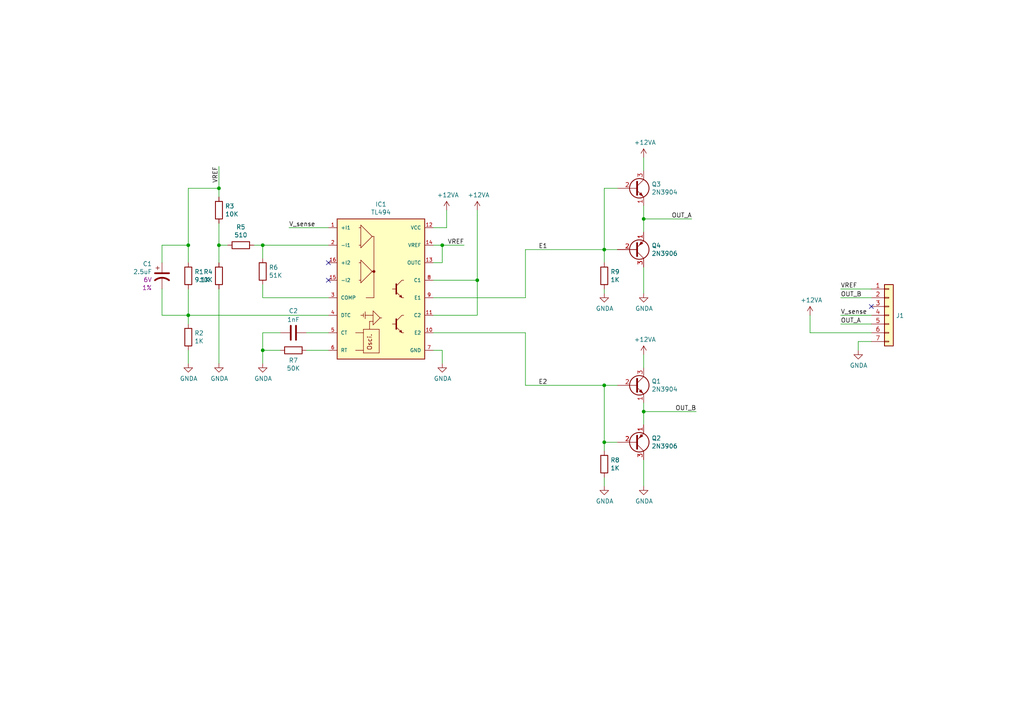
<source format=kicad_sch>
(kicad_sch (version 20230121) (generator eeschema)
  (paper "A4")
  (title_block (title "Controlador TL494") (date "2023-04-01") (rev "v1.0.0") (company "https://maykolrey.com"))
  (lib_symbols
    (symbol "Connector_Generic:Conn_01x07" (pin_names (offset 1.016) hide)
      (property "Reference" "J" (at 0 10.16 0))
      (property "Value" "Conn_01x07" (at 0 -10.16 0))
      (symbol "Conn_01x07_1_1"
        (rectangle (start -1.27 -7.493) (end 0 -7.747) (stroke (width 0.1524)))
        (rectangle (start -1.27 -4.953) (end 0 -5.207) (stroke (width 0.1524)))
        (rectangle (start -1.27 -2.413) (end 0 -2.667) (stroke (width 0.1524)))
        (rectangle (start -1.27 0.127) (end 0 -0.127) (stroke (width 0.1524)))
        (rectangle (start -1.27 2.667) (end 0 2.413) (stroke (width 0.1524)))
        (rectangle (start -1.27 5.207) (end 0 4.953) (stroke (width 0.1524)))
        (rectangle (start -1.27 7.747) (end 0 7.493) (stroke (width 0.1524)))
        (rectangle (start -1.27 8.89) (end 1.27 -8.89) (stroke (width 0.254)) (fill (type background)))
        (pin passive line (at -5.08 7.62 0) (length 3.81) (name "Pin_1") (number "1"))
        (pin passive line (at -5.08 5.08 0) (length 3.81) (name "Pin_2") (number "2"))
        (pin passive line (at -5.08 2.54 0) (length 3.81) (name "Pin_3") (number "3"))
        (pin passive line (at -5.08 0 0) (length 3.81) (name "Pin_4") (number "4"))
        (pin passive line (at -5.08 -2.54 0) (length 3.81) (name "Pin_5") (number "5"))
        (pin passive line (at -5.08 -5.08 0) (length 3.81) (name "Pin_6") (number "6"))
        (pin passive line (at -5.08 -7.62 0) (length 3.81) (name "Pin_7") (number "7"))
      )
    )
    (symbol "Device:C" (pin_numbers hide) (pin_names (offset 0.254))
      (property "Reference" "C" (at 0.635 2.54 0))
      (property "Value" "C" (at 0.635 -2.54 0))
      (symbol "C_0_1"
        (polyline (pts (xy -2.032 -0.762) (xy 2.032 -0.762)) (stroke (width 0.508)))
        (polyline (pts (xy -2.032 0.762) (xy 2.032 0.762)) (stroke (width 0.508)))
      )
      (symbol "C_1_1"
        (pin passive line (at 0 3.81 270) (length 2.794) (name "~") (number "1"))
        (pin passive line (at 0 -3.81 90) (length 2.794) (name "~") (number "2"))
      )
    )
    (symbol "Device:CP1" (pin_numbers hide) (pin_names (offset 0.254) hide)
      (property "Reference" "C" (at 0.635 2.54 0))
      (property "Value" "Device_CP1" (at 0.635 -2.54 0))
      (symbol "CP1_0_1"
        (polyline (pts (xy -2.032 0.762) (xy 2.032 0.762)) (stroke (width 0.508)))
        (polyline (pts (xy -1.778 2.286) (xy -0.762 2.286)))
        (polyline (pts (xy -1.27 1.778) (xy -1.27 2.794)))
        (arc (start 2.032 -1.27) (mid 0 -0.5572) (end -2.032 -1.27) (stroke (width 0.508)))
      )
      (symbol "CP1_1_1"
        (pin passive line (at 0 3.81 270) (length 2.794) (name "~") (number "1"))
        (pin passive line (at 0 -3.81 90) (length 3.302) (name "~") (number "2"))
      )
    )
    (symbol "Device:Q_NPN_EBC" (pin_names (offset 0) hide)
      (property "Reference" "Q" (at 5.08 1.27 0))
      (property "Value" "Q_NPN_EBC" (at 5.08 -1.27 0))
      (symbol "Q_NPN_EBC_0_1"
        (polyline (pts (xy 0.635 0.635) (xy 2.54 2.54)))
        (polyline (pts (xy 0.635 -0.635) (xy 2.54 -2.54) (xy 2.54 -2.54)))
        (polyline (pts (xy 0.635 1.905) (xy 0.635 -1.905) (xy 0.635 -1.905)) (stroke (width 0.508)))
        (polyline (pts (xy 1.27 -1.778) (xy 1.778 -1.27) (xy 2.286 -2.286) (xy 1.27 -1.778) (xy 1.27 -1.778)) (fill (type outline)))
        (circle (center 1.27 0) (radius 2.8194) (stroke (width 0.254)))
      )
      (symbol "Q_NPN_EBC_1_1"
        (pin passive line (at 2.54 -5.08 90) (length 2.54) (name "E") (number "1"))
        (pin passive line (at -5.08 0 0) (length 5.715) (name "B") (number "2"))
        (pin passive line (at 2.54 5.08 270) (length 2.54) (name "C") (number "3"))
      )
    )
    (symbol "Device:Q_PNP_EBC" (pin_names (offset 0) hide)
      (property "Reference" "Q" (at 5.08 1.27 0))
      (property "Value" "Q_PNP_EBC" (at 5.08 -1.27 0))
      (symbol "Q_PNP_EBC_0_1"
        (polyline (pts (xy 0.635 0.635) (xy 2.54 2.54)))
        (polyline (pts (xy 0.635 -0.635) (xy 2.54 -2.54) (xy 2.54 -2.54)))
        (polyline (pts (xy 0.635 1.905) (xy 0.635 -1.905) (xy 0.635 -1.905)) (stroke (width 0.508)))
        (polyline (pts (xy 2.286 -1.778) (xy 1.778 -2.286) (xy 1.27 -1.27) (xy 2.286 -1.778) (xy 2.286 -1.778)) (fill (type outline)))
        (circle (center 1.27 0) (radius 2.8194) (stroke (width 0.254)))
      )
      (symbol "Q_PNP_EBC_1_1"
        (pin passive line (at 2.54 -5.08 90) (length 2.54) (name "E") (number "1"))
        (pin input line (at -5.08 0 0) (length 5.715) (name "B") (number "2"))
        (pin passive line (at 2.54 5.08 270) (length 2.54) (name "C") (number "3"))
      )
    )
    (symbol "Device:R" (pin_numbers hide) (pin_names (offset 0))
      (property "Reference" "R" (at 2.032 0 90))
      (property "Value" "R" (at 0 0 90))
      (symbol "R_0_1"
        (rectangle (start -1.016 -2.54) (end 1.016 2.54) (stroke (width 0.254)))
      )
      (symbol "R_1_1"
        (pin passive line (at 0 3.81 270) (length 1.27) (name "~") (number "1"))
        (pin passive line (at 0 -3.81 90) (length 1.27) (name "~") (number "2"))
      )
    )
    (symbol "MSS_PWMControl:TL494" (pin_names (offset 1.016))
      (property "Reference" "IC" (at -12.7254 19.0754 0))
      (property "Value" "MSS_PWMControl_TL494" (at -12.7 -25.4 0))
      (symbol "TL494_0_0"
        (rectangle (start -12.7 17.78) (end 12.7 -22.86) (stroke (width 0.254)) (fill (type background)))
        (circle (center -2.032 2.54) (radius 0.254) (stroke (width 0.3048)))
        (polyline (pts (xy -7.366 -20.32) (xy -5.08 -20.32)) (stroke (width 0.1524)))
        (polyline (pts (xy -7.366 -15.24) (xy -5.08 -15.24)) (stroke (width 0.1524)))
        (polyline (pts (xy -6.35 0) (xy -5.842 0)) (stroke (width 0.1524)))
        (polyline (pts (xy -6.35 5.08) (xy -5.842 5.08)) (stroke (width 0.1524)))
        (polyline (pts (xy -6.35 10.16) (xy -5.842 10.16)) (stroke (width 0.1524)))
        (polyline (pts (xy -6.35 15.24) (xy -5.842 15.24)) (stroke (width 0.1524)))
        (polyline (pts (xy -5.842 -10.16) (xy -5.08 -10.16)) (stroke (width 0.1524)))
        (polyline (pts (xy -5.842 -0.762) (xy -5.842 0)) (stroke (width 0.1524)))
        (polyline (pts (xy -5.842 0) (xy -5.842 5.08)) (stroke (width 0.1524)))
        (polyline (pts (xy -5.842 5.08) (xy -5.842 5.842)) (stroke (width 0.1524)))
        (polyline (pts (xy -5.842 5.842) (xy -2.54 2.54)) (stroke (width 0.1524)))
        (polyline (pts (xy -5.842 9.398) (xy -5.842 10.16)) (stroke (width 0.1524)))
        (polyline (pts (xy -5.842 10.16) (xy -5.842 15.24)) (stroke (width 0.1524)))
        (polyline (pts (xy -5.842 15.24) (xy -5.842 16.002)) (stroke (width 0.1524)))
        (polyline (pts (xy -5.842 16.002) (xy -2.54 12.7)) (stroke (width 0.1524)))
        (polyline (pts (xy -5.08 -21.082) (xy -0.508 -21.082)) (stroke (width 0.1524)))
        (polyline (pts (xy -5.08 -14.224) (xy -5.08 -21.082)) (stroke (width 0.1524)))
        (polyline (pts (xy -5.08 -9.652) (xy -5.08 -10.668)) (stroke (width 0.1524)))
        (polyline (pts (xy -4.572 -10.16) (xy -4.572 -11.176)) (stroke (width 0.1524)))
        (polyline (pts (xy -4.572 -10.16) (xy -2.286 -10.16)) (stroke (width 0.1524)))
        (polyline (pts (xy -4.572 -9.144) (xy -4.572 -10.16)) (stroke (width 0.1524)))
        (polyline (pts (xy -4.318 -5.08) (xy -2.032 -5.08)) (stroke (width 0.1524)))
        (polyline (pts (xy -3.302 -14.224) (xy -5.08 -14.224)) (stroke (width 0.1524)))
        (polyline (pts (xy -3.302 -11.938) (xy -3.302 -14.224)) (stroke (width 0.1524)))
        (polyline (pts (xy -2.54 2.54) (xy -5.842 -0.762)) (stroke (width 0.1524)))
        (polyline (pts (xy -2.54 12.7) (xy -5.842 9.398)) (stroke (width 0.1524)))
        (polyline (pts (xy -2.54 12.7) (xy -2.032 12.7)) (stroke (width 0.1524)))
        (polyline (pts (xy -2.286 -12.954) (xy -0.254 -10.922)) (stroke (width 0.1524)))
        (polyline (pts (xy -2.286 -11.938) (xy -3.302 -11.938)) (stroke (width 0.1524)))
        (polyline (pts (xy -2.286 -11.938) (xy -2.286 -12.954)) (stroke (width 0.1524)))
        (polyline (pts (xy -2.286 -8.89) (xy -2.286 -11.938)) (stroke (width 0.1524)))
        (polyline (pts (xy -2.032 -5.08) (xy -2.032 2.54)) (stroke (width 0.1524)))
        (polyline (pts (xy -2.032 2.54) (xy -2.54 2.54)) (stroke (width 0.1524)))
        (polyline (pts (xy -2.032 12.7) (xy -2.032 2.54)) (stroke (width 0.1524)))
        (polyline (pts (xy -0.508 -21.082) (xy -0.508 -14.224)) (stroke (width 0.1524)))
        (polyline (pts (xy -0.508 -14.224) (xy -3.302 -14.224)) (stroke (width 0.1524)))
        (polyline (pts (xy -0.254 -10.922) (xy -2.286 -8.89)) (stroke (width 0.1524)))
        (polyline (pts (xy -0.254 -10.922) (xy 0.254 -10.922)) (stroke (width 0.1524)))
        (polyline (pts (xy 4.318 -12.7) (xy 3.302 -12.7)) (stroke (width 0.1524)))
        (polyline (pts (xy 4.318 -2.54) (xy 3.302 -2.54)) (stroke (width 0.1524)))
        (polyline (pts (xy 6.096 -15.24) (xy 4.572 -13.716)) (stroke (width 0.1524)))
        (polyline (pts (xy 6.096 -10.16) (xy 4.572 -11.684)) (stroke (width 0.1524)))
        (polyline (pts (xy 6.096 -5.08) (xy 4.572 -3.556)) (stroke (width 0.1524)))
        (polyline (pts (xy 6.096 0) (xy 4.572 -1.524)) (stroke (width 0.1524)))
        (polyline (pts (xy 6.604 -15.24) (xy 6.096 -15.24)) (stroke (width 0.1524)))
        (polyline (pts (xy 6.604 -10.16) (xy 6.096 -10.16)) (stroke (width 0.1524)))
        (polyline (pts (xy 6.604 -5.08) (xy 6.096 -5.08)) (stroke (width 0.1524)))
        (polyline (pts (xy 6.604 0) (xy 6.096 0)) (stroke (width 0.1524)))
        (polyline (pts (xy 6.096 -15.24) (xy 5.842 -14.478) (xy 5.334 -14.986)) (stroke (width 0.1524)) (fill (type outline)))
        (polyline (pts (xy 6.096 -5.08) (xy 5.842 -4.318) (xy 5.334 -4.826)) (stroke (width 0.1524)) (fill (type outline)))
        (rectangle (start 4.318 -14.2494) (end 4.572 -11.176) (fill (type outline)))
        (rectangle (start 4.318 -4.064) (end 4.572 -1.016) (fill (type outline)))
        (text "Osci." (at -2.54 -20.3454 900) (effects (font (size 1.27 1.27)) (justify left bottom)))
        (pin input line (at -15.24 15.24 0) (length 2.54) (name "+I1") (number "1"))
        (pin passive line (at 15.24 -15.24 180) (length 2.54) (name "E2") (number "10"))
        (pin passive line (at 15.24 -10.16 180) (length 2.54) (name "C2") (number "11"))
        (pin power_in line (at 15.24 15.24 180) (length 2.54) (name "VCC") (number "12"))
        (pin output line (at 15.24 5.08 180) (length 2.54) (name "OUTC") (number "13"))
        (pin input line (at 15.24 10.16 180) (length 2.54) (name "VREF") (number "14"))
        (pin input line (at -15.24 0 0) (length 2.54) (name "-I2") (number "15"))
        (pin input line (at -15.24 5.08 0) (length 2.54) (name "+I2") (number "16"))
        (pin input line (at -15.24 10.16 0) (length 2.54) (name "-I1") (number "2"))
        (pin passive line (at -15.24 -5.08 0) (length 2.54) (name "COMP") (number "3"))
        (pin input line (at -15.24 -10.16 0) (length 2.54) (name "DTC") (number "4"))
        (pin input line (at -15.24 -15.24 0) (length 2.54) (name "CT") (number "5"))
        (pin input line (at -15.24 -20.32 0) (length 2.54) (name "RT") (number "6"))
        (pin power_in line (at 15.24 -20.32 180) (length 2.54) (name "GND") (number "7"))
        (pin passive line (at 15.24 0 180) (length 2.54) (name "C1") (number "8"))
        (pin passive line (at 15.24 -5.08 180) (length 2.54) (name "E1") (number "9"))
      )
    )
    (symbol "power:+12VA" (power) (pin_names (offset 0))
      (property "Value" "+12VA" (at 0 3.556 0))
      (symbol "+12VA_0_1"
        (polyline (pts (xy -0.762 1.27) (xy 0 2.54)))
        (polyline (pts (xy 0 0) (xy 0 2.54)))
        (polyline (pts (xy 0 2.54) (xy 0.762 1.27)))
      )
      (symbol "+12VA_1_1"
        (pin power_in line (at 0 0 90) (length 0) hide (name "+12VA") (number "1"))
      )
    )
    (symbol "power:GNDA" (power) (pin_names (offset 0))
      (property "Value" "GNDA" (at 0 -3.81 0))
      (symbol "GNDA_0_1"
        (polyline (pts (xy 0 0) (xy 0 -1.27) (xy 1.27 -1.27) (xy 0 -2.54) (xy -1.27 -1.27) (xy 0 -1.27)))
      )
      (symbol "GNDA_1_1"
        (pin power_in line (at 0 0 270) (length 0) hide (name "GNDA") (number "1"))
      )
    )
  )
  (junction (at 175.26 72.39))
  (junction (at 63.5 71.12))
  (junction (at 54.61 91.44))
  (junction (at 175.26 128.27))
  (junction (at 186.69 63.5))
  (junction (at 76.2 71.12))
  (junction (at 138.43 81.28))
  (junction (at 186.69 119.38))
  (junction (at 76.2 101.6))
  (junction (at 63.5 54.61))
  (junction (at 175.26 111.76))
  (junction (at 54.61 71.12))
  (junction (at 128.27 71.12))
  (no_connect (at 95.25 81.28))
  (no_connect (at 252.73 88.9))
  (no_connect (at 95.25 76.2))
  (wire (pts (xy 201.93 119.38) (xy 186.69 119.38)))
  (wire (pts (xy 88.9 101.6) (xy 95.25 101.6)))
  (wire (pts (xy 175.26 72.39) (xy 179.07 72.39)))
  (wire (pts (xy 129.54 60.96) (xy 129.54 66.04)))
  (wire (pts (xy 186.69 116.84) (xy 186.69 119.38)))
  (wire (pts (xy 54.61 76.2) (xy 54.61 71.12)))
  (wire (pts (xy 234.95 91.44) (xy 234.95 96.52)))
  (wire (pts (xy 152.4 96.52) (xy 152.4 111.76)))
  (wire (pts (xy 128.27 101.6) (xy 125.73 101.6)))
  (wire (pts (xy 125.73 86.36) (xy 152.4 86.36)))
  (wire (pts (xy 66.04 71.12) (xy 63.5 71.12)))
  (wire (pts (xy 54.61 93.98) (xy 54.61 91.44)))
  (wire (pts (xy 54.61 101.6) (xy 54.61 105.41)))
  (wire (pts (xy 76.2 96.52) (xy 76.2 101.6)))
  (wire (pts (xy 175.26 111.76) (xy 175.26 128.27)))
  (wire (pts (xy 95.25 91.44) (xy 54.61 91.44)))
  (wire (pts (xy 63.5 64.77) (xy 63.5 71.12)))
  (wire (pts (xy 63.5 105.41) (xy 63.5 83.82)))
  (wire (pts (xy 186.69 85.09) (xy 186.69 77.47)))
  (wire (pts (xy 186.69 45.72) (xy 186.69 49.53)))
  (wire (pts (xy 83.82 66.04) (xy 95.25 66.04)))
  (wire (pts (xy 129.54 66.04) (xy 125.73 66.04)))
  (wire (pts (xy 243.84 86.36) (xy 252.73 86.36)))
  (wire (pts (xy 128.27 105.41) (xy 128.27 101.6)))
  (wire (pts (xy 125.73 96.52) (xy 152.4 96.52)))
  (wire (pts (xy 175.26 128.27) (xy 179.07 128.27)))
  (wire (pts (xy 186.69 119.38) (xy 186.69 123.19)))
  (wire (pts (xy 88.9 96.52) (xy 95.25 96.52)))
  (wire (pts (xy 175.26 85.09) (xy 175.26 83.82)))
  (wire (pts (xy 46.99 83.82) (xy 46.99 91.44)))
  (wire (pts (xy 76.2 71.12) (xy 76.2 74.93)))
  (wire (pts (xy 243.84 83.82) (xy 252.73 83.82)))
  (wire (pts (xy 128.27 76.2) (xy 128.27 71.12)))
  (wire (pts (xy 125.73 91.44) (xy 138.43 91.44)))
  (wire (pts (xy 54.61 71.12) (xy 54.61 54.61)))
  (wire (pts (xy 95.25 71.12) (xy 76.2 71.12)))
  (wire (pts (xy 175.26 54.61) (xy 175.26 72.39)))
  (wire (pts (xy 186.69 63.5) (xy 186.69 67.31)))
  (wire (pts (xy 186.69 63.5) (xy 200.66 63.5)))
  (wire (pts (xy 46.99 91.44) (xy 54.61 91.44)))
  (wire (pts (xy 243.84 93.98) (xy 252.73 93.98)))
  (wire (pts (xy 128.27 76.2) (xy 125.73 76.2)))
  (wire (pts (xy 63.5 71.12) (xy 63.5 76.2)))
  (wire (pts (xy 175.26 140.97) (xy 175.26 138.43)))
  (wire (pts (xy 152.4 72.39) (xy 175.26 72.39)))
  (wire (pts (xy 252.73 96.52) (xy 234.95 96.52)))
  (wire (pts (xy 76.2 101.6) (xy 81.28 101.6)))
  (wire (pts (xy 76.2 86.36) (xy 76.2 82.55)))
  (wire (pts (xy 46.99 76.2) (xy 46.99 71.12)))
  (wire (pts (xy 63.5 54.61) (xy 63.5 57.15)))
  (wire (pts (xy 179.07 111.76) (xy 175.26 111.76)))
  (wire (pts (xy 186.69 102.87) (xy 186.69 106.68)))
  (wire (pts (xy 125.73 71.12) (xy 128.27 71.12)))
  (wire (pts (xy 152.4 86.36) (xy 152.4 72.39)))
  (wire (pts (xy 248.92 101.6) (xy 248.92 99.06)))
  (wire (pts (xy 125.73 81.28) (xy 138.43 81.28)))
  (wire (pts (xy 179.07 54.61) (xy 175.26 54.61)))
  (wire (pts (xy 138.43 91.44) (xy 138.43 81.28)))
  (wire (pts (xy 175.26 130.81) (xy 175.26 128.27)))
  (wire (pts (xy 76.2 105.41) (xy 76.2 101.6)))
  (wire (pts (xy 186.69 59.69) (xy 186.69 63.5)))
  (wire (pts (xy 54.61 54.61) (xy 63.5 54.61)))
  (wire (pts (xy 73.66 71.12) (xy 76.2 71.12)))
  (wire (pts (xy 54.61 91.44) (xy 54.61 83.82)))
  (wire (pts (xy 81.28 96.52) (xy 76.2 96.52)))
  (wire (pts (xy 243.84 91.44) (xy 252.73 91.44)))
  (wire (pts (xy 95.25 86.36) (xy 76.2 86.36)))
  (wire (pts (xy 186.69 140.97) (xy 186.69 133.35)))
  (wire (pts (xy 138.43 60.96) (xy 138.43 81.28)))
  (wire (pts (xy 175.26 76.2) (xy 175.26 72.39)))
  (wire (pts (xy 46.99 71.12) (xy 54.61 71.12)))
  (wire (pts (xy 63.5 48.26) (xy 63.5 54.61)))
  (wire (pts (xy 248.92 99.06) (xy 252.73 99.06)))
  (wire (pts (xy 128.27 71.12) (xy 134.62 71.12)))
  (wire (pts (xy 152.4 111.76) (xy 175.26 111.76)))
  (label "OUT_A" (at 243.84 93.98 0))
  (label "V_sense" (at 243.84 91.44 0))
  (label "E1" (at 156.21 72.39 0))
  (label "OUT_A" (at 200.66 63.5 180))
  (label "VREF" (at 134.62 71.12 180))
  (label "VREF" (at 63.5 48.26 270))
  (label "V_sense" (at 83.82 66.04 0))
  (label "VREF" (at 243.84 83.82 0))
  (label "OUT_B" (at 243.84 86.36 0))
  (label "E2" (at 158.75 111.76 180))
  (label "OUT_B" (at 201.93 119.38 180))
  (symbol (lib_id "power:+12VA") (at 138.43 60.96 0) (unit 1)
    (property "Reference" "#PWR06" (effects hide))
    (property "Value" "+12VA" (at 138.811 56.5658 0))
  )
  (symbol (lib_id "Device:R") (at 54.61 97.79 0) (unit 1)
    (property "Reference" "R2" (at 56.388 96.6216 0) (effects (justify left)))
    (property "Value" "1K" (at 56.388 98.933 0) (effects (justify left)))
    (property "Footprint" "Resistor_THT:R_Axial_DIN0207_L6.3mm_D2.5mm_P10.16mm_Horizontal" (effects hide))
  )
  (symbol (lib_id "power:GNDA") (at 128.27 105.41 0) (unit 1)
    (property "Reference" "#PWR04" (effects hide))
    (property "Value" "GNDA" (at 128.397 109.8042 0))
  )
  (symbol (lib_id "Device:R") (at 69.85 71.12 270) (unit 1)
    (property "Reference" "R5" (at 69.85 65.8622 90))
    (property "Value" "510" (at 69.85 68.1736 90))
    (property "Footprint" "Resistor_THT:R_Axial_DIN0207_L6.3mm_D2.5mm_P10.16mm_Horizontal" (effects hide))
  )
  (symbol (lib_id "power:+12VA") (at 186.69 102.87 0) (unit 1)
    (property "Reference" "#PWR09" (effects hide))
    (property "Value" "+12VA" (at 187.071 98.4758 0))
  )
  (symbol (lib_id "Device:C") (at 85.09 96.52 270) (unit 1)
    (property "Reference" "C2" (at 85.09 90.17 90))
    (property "Value" "1nF" (at 85.09 92.71 90))
    (property "Footprint" "Capacitor_THT:C_Disc_D4.3mm_W1.9mm_P5.00mm" (effects hide))
  )
  (symbol (lib_id "Device:Q_NPN_EBC") (at 184.15 54.61 0) (unit 1)
    (property "Reference" "Q3" (at 188.976 53.4416 0) (effects (justify left)))
    (property "Value" "2N3904" (at 188.976 55.753 0) (effects (justify left)))
    (property "Footprint" "Package_TO_SOT_THT:TO-92L_HandSolder" (effects hide))
  )
  (symbol (lib_id "Device:Q_NPN_EBC") (at 184.15 111.76 0) (unit 1)
    (property "Reference" "Q1" (at 188.976 110.5916 0) (effects (justify left)))
    (property "Value" "2N3904" (at 188.976 112.903 0) (effects (justify left)))
    (property "Footprint" "Package_TO_SOT_THT:TO-92L_HandSolder" (effects hide))
  )
  (symbol (lib_id "power:+12VA") (at 186.69 45.72 0) (unit 1)
    (property "Reference" "#PWR011" (effects hide))
    (property "Value" "+12VA" (at 187.071 41.3258 0))
  )
  (symbol (lib_id "Device:Q_PNP_EBC") (at 184.15 72.39 0) (mirror x) (unit 1)
    (property "Reference" "Q4" (at 188.976 71.2216 0) (effects (justify left)))
    (property "Value" "2N3906" (at 188.976 73.533 0) (effects (justify left)))
    (property "Footprint" "Package_TO_SOT_THT:TO-92L_HandSolder" (effects hide))
  )
  (symbol (lib_id "power:GNDA") (at 76.2 105.41 0) (unit 1)
    (property "Reference" "#PWR03" (effects hide))
    (property "Value" "GNDA" (at 76.327 109.8042 0))
  )
  (symbol (lib_id "Device:R") (at 63.5 80.01 0) (mirror y) (unit 1)
    (property "Reference" "R4" (at 61.722 78.8416 0) (effects (justify left)))
    (property "Value" "10K" (at 61.722 81.153 0) (effects (justify left)))
    (property "Footprint" "Resistor_THT:R_Axial_DIN0207_L6.3mm_D2.5mm_P10.16mm_Horizontal" (effects hide))
  )
  (symbol (lib_id "Device:CP1") (at 46.99 80.01 0) (unit 1)
    (property "Reference" "C1" (at 44.0944 76.5302 0) (effects (justify right)))
    (property "Value" "2.5uF" (at 44.0944 78.8416 0) (effects (justify right)))
    (property "Footprint" "Capacitor_THT:CP_Radial_D4.0mm_P2.00mm" (effects hide))
    (property "V" "6V" (at 44.0944 81.153 0) (effects (justify right)))
    (property "Campo7" "1%" (at 44.0944 83.4644 0) (effects (justify right)))
  )
  (symbol (lib_id "Device:Q_PNP_EBC") (at 184.15 128.27 0) (mirror x) (unit 1)
    (property "Reference" "Q2" (at 188.976 127.1016 0) (effects (justify left)))
    (property "Value" "2N3906" (at 188.976 129.413 0) (effects (justify left)))
    (property "Footprint" "Package_TO_SOT_THT:TO-92L_HandSolder" (effects hide))
  )
  (symbol (lib_id "power:GNDA") (at 175.26 140.97 0) (unit 1)
    (property "Reference" "#PWR07" (effects hide))
    (property "Value" "GNDA" (at 175.387 145.3642 0))
  )
  (symbol (lib_id "power:GNDA") (at 248.92 101.6 0) (unit 1)
    (property "Reference" "#PWR013" (effects hide))
    (property "Value" "GNDA" (at 249.047 105.9942 0))
  )
  (symbol (lib_id "Device:R") (at 175.26 134.62 0) (unit 1)
    (property "Reference" "R8" (at 177.038 133.4516 0) (effects (justify left)))
    (property "Value" "1K" (at 177.038 135.763 0) (effects (justify left)))
    (property "Footprint" "Resistor_THT:R_Axial_DIN0207_L6.3mm_D2.5mm_P10.16mm_Horizontal" (effects hide))
  )
  (symbol (lib_id "Device:R") (at 85.09 101.6 270) (unit 1)
    (property "Reference" "R7" (at 85.09 104.521 90))
    (property "Value" "50K" (at 85.09 106.8324 90))
    (property "Footprint" "Resistor_THT:R_Axial_DIN0207_L6.3mm_D2.5mm_P10.16mm_Horizontal" (effects hide))
  )
  (symbol (lib_id "Device:R") (at 175.26 80.01 0) (unit 1)
    (property "Reference" "R9" (at 177.038 78.8416 0) (effects (justify left)))
    (property "Value" "1K" (at 177.038 81.153 0) (effects (justify left)))
    (property "Footprint" "Resistor_THT:R_Axial_DIN0207_L6.3mm_D2.5mm_P10.16mm_Horizontal" (effects hide))
  )
  (symbol (lib_id "power:GNDA") (at 63.5 105.41 0) (unit 1)
    (property "Reference" "#PWR02" (effects hide))
    (property "Value" "GNDA" (at 63.627 109.8042 0))
  )
  (symbol (lib_id "power:GNDA") (at 186.69 85.09 0) (unit 1)
    (property "Reference" "#PWR012" (effects hide))
    (property "Value" "GNDA" (at 186.817 89.4842 0))
  )
  (symbol (lib_id "Device:R") (at 76.2 78.74 0) (unit 1)
    (property "Reference" "R6" (at 77.978 77.5716 0) (effects (justify left)))
    (property "Value" "51K" (at 77.978 79.883 0) (effects (justify left)))
    (property "Footprint" "Resistor_THT:R_Axial_DIN0207_L6.3mm_D2.5mm_P10.16mm_Horizontal" (effects hide))
  )
  (symbol (lib_id "power:GNDA") (at 186.69 140.97 0) (unit 1)
    (property "Reference" "#PWR010" (effects hide))
    (property "Value" "GNDA" (at 186.817 145.3642 0))
  )
  (symbol (lib_id "MSS_PWMControl:TL494") (at 110.49 81.28 0) (unit 1)
    (property "Reference" "IC1" (at 110.49 59.2582 0))
    (property "Value" "TL494" (at 110.49 61.5696 0))
    (property "Footprint" "Package_DIP:DIP-16_W7.62mm_LongPads" (effects hide))
    (property "Datasheet" "http://www.ti.com/lit/ds/symlink/tl494.pdf" (effects hide))
  )
  (symbol (lib_id "power:+12VA") (at 129.54 60.96 0) (unit 1)
    (property "Reference" "#PWR05" (effects hide))
    (property "Value" "+12VA" (at 129.921 56.5658 0))
  )
  (symbol (lib_id "Device:R") (at 63.5 60.96 0) (unit 1)
    (property "Reference" "R3" (at 65.278 59.7916 0) (effects (justify left)))
    (property "Value" "10K" (at 65.278 62.103 0) (effects (justify left)))
    (property "Footprint" "Resistor_THT:R_Axial_DIN0207_L6.3mm_D2.5mm_P10.16mm_Horizontal" (effects hide))
  )
  (symbol (lib_id "Connector_Generic:Conn_01x07") (at 257.81 91.44 0) (unit 1)
    (property "Reference" "J1" (at 259.842 91.5416 0) (effects (justify left)))
    (property "Value" "Conn_01x03" (effects hide))
    (property "Footprint" "Connector_PinHeader_2.54mm:PinHeader_1x07_P2.54mm_Horizontal" (effects hide))
  )
  (symbol (lib_id "power:+12VA") (at 234.95 91.44 0) (unit 1)
    (property "Reference" "#PWR014" (effects hide))
    (property "Value" "+12VA" (at 235.331 87.0458 0))
  )
  (symbol (lib_id "power:GNDA") (at 54.61 105.41 0) (unit 1)
    (property "Reference" "#PWR01" (effects hide))
    (property "Value" "GNDA" (at 54.737 109.8042 0))
  )
  (symbol (lib_id "power:GNDA") (at 175.26 85.09 0) (unit 1)
    (property "Reference" "#PWR08" (effects hide))
    (property "Value" "GNDA" (at 175.387 89.4842 0))
  )
  (symbol (lib_id "Device:R") (at 54.61 80.01 0) (unit 1)
    (property "Reference" "R1" (at 56.388 78.8416 0) (effects (justify left)))
    (property "Value" "9.1K" (at 56.388 81.153 0) (effects (justify left)))
    (property "Footprint" "Resistor_THT:R_Axial_DIN0207_L6.3mm_D2.5mm_P10.16mm_Horizontal" (effects hide))
  )
)
</source>
